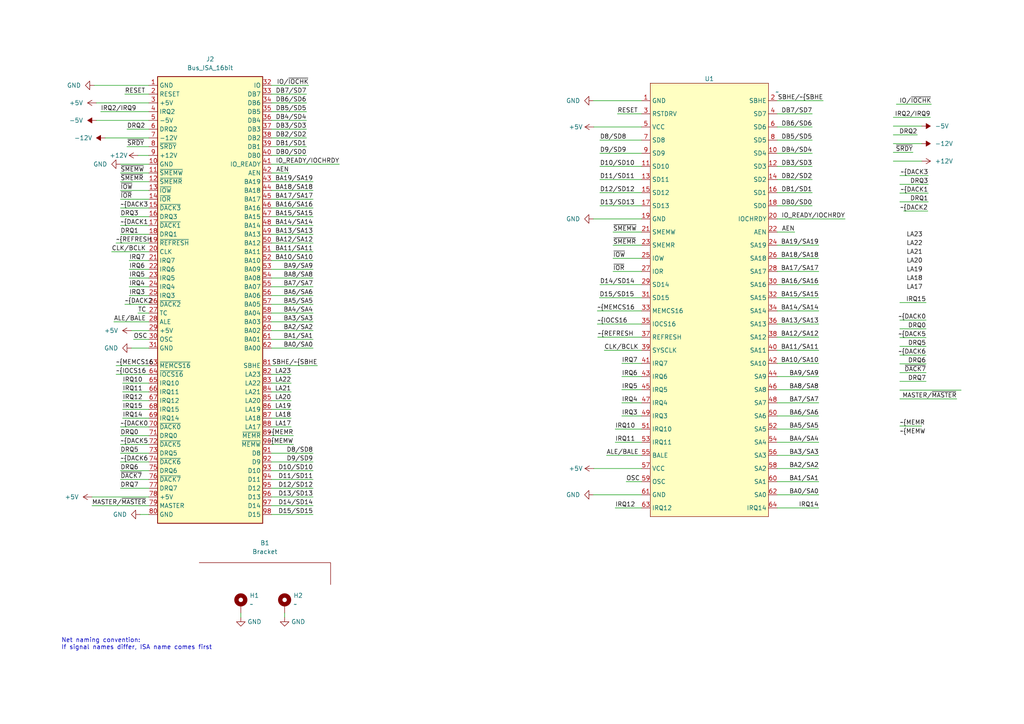
<source format=kicad_sch>
(kicad_sch (version 20230121) (generator eeschema)
  (paper "A4")
  (title_block (title "PC/104 ISA Card") (date "2023-03-04") (rev "0"))
  (lib_symbols
    (symbol "Mechanical:MountingHole_Pad" (pin_numbers hide) (pin_names (offset 1.016) hide)
      (property "Reference" "H" (at 0 6.35 0))
      (property "Value" "MountingHole_Pad" (at 0 4.445 0))
      (symbol "MountingHole_Pad_0_1"
        (circle (center 0 1.27) (radius 1.27) (stroke (width 1.27)))
      )
      (symbol "MountingHole_Pad_1_1"
        (pin input line (at 0 -2.54 90) (length 2.54) (name "1") (number "1"))
      )
    )
    (symbol "VortexDX:VDX-6317"
      (property "Reference" "U" (at 5.08 58.42 0))
      (symbol "VDX-6317_0_0"
        (pin unspecified line (at -19.05 52.07 0) (length 2.54) (name "GND") (number "1"))
        (pin unspecified line (at 20.32 36.83 180) (length 2.54) (name "SD4") (number "10"))
        (pin unspecified line (at -19.05 33.02 0) (length 2.54) (name "SD10") (number "11"))
        (pin unspecified line (at 20.32 33.02 180) (length 2.54) (name "SD3") (number "12"))
        (pin unspecified line (at -19.05 29.21 0) (length 2.54) (name "SD11") (number "13"))
        (pin unspecified line (at 20.32 29.21 180) (length 2.54) (name "SD2") (number "14"))
        (pin unspecified line (at -19.05 25.4 0) (length 2.54) (name "SD12") (number "15"))
        (pin unspecified line (at 20.32 25.4 180) (length 2.54) (name "SD1") (number "16"))
        (pin unspecified line (at -19.05 21.59 0) (length 2.54) (name "SD13") (number "17"))
        (pin unspecified line (at 20.32 21.59 180) (length 2.54) (name "SD0") (number "18"))
        (pin unspecified line (at -19.05 17.78 0) (length 2.54) (name "GND") (number "19"))
        (pin unspecified line (at 20.32 52.07 180) (length 2.54) (name "SBHE") (number "2"))
        (pin unspecified line (at 20.32 17.78 180) (length 2.54) (name "IOCHRDY") (number "20"))
        (pin unspecified line (at -19.05 13.97 0) (length 2.54) (name "SMEMW") (number "21"))
        (pin unspecified line (at 20.32 13.97 180) (length 2.54) (name "AEN") (number "22"))
        (pin unspecified line (at -19.05 10.16 0) (length 2.54) (name "SMEMR") (number "23"))
        (pin unspecified line (at 20.32 10.16 180) (length 2.54) (name "SA19") (number "24"))
        (pin unspecified line (at -19.05 6.35 0) (length 2.54) (name "IOW") (number "25"))
        (pin unspecified line (at 20.32 6.35 180) (length 2.54) (name "SA18") (number "26"))
        (pin unspecified line (at -19.05 2.54 0) (length 2.54) (name "IOR") (number "27"))
        (pin unspecified line (at 20.32 2.54 180) (length 2.54) (name "SA17") (number "28"))
        (pin unspecified line (at -19.05 -1.27 0) (length 2.54) (name "SD14") (number "29"))
        (pin unspecified line (at -19.05 48.26 0) (length 2.54) (name "RSTDRV") (number "3"))
        (pin unspecified line (at 20.32 -1.27 180) (length 2.54) (name "SA16") (number "30"))
        (pin unspecified line (at -19.05 -5.08 0) (length 2.54) (name "SD15") (number "31"))
        (pin unspecified line (at 20.32 -5.08 180) (length 2.54) (name "SA15") (number "32"))
        (pin unspecified line (at -19.05 -8.89 0) (length 2.54) (name "MEMCS16") (number "33"))
        (pin unspecified line (at 20.32 -8.89 180) (length 2.54) (name "SA14") (number "34"))
        (pin unspecified line (at -19.05 -12.7 0) (length 2.54) (name "IOCS16") (number "35"))
        (pin unspecified line (at 20.32 -12.7 180) (length 2.54) (name "SA13") (number "36"))
        (pin unspecified line (at -19.05 -16.51 0) (length 2.54) (name "REFRESH") (number "37"))
        (pin unspecified line (at 20.32 -16.51 180) (length 2.54) (name "SA12") (number "38"))
        (pin unspecified line (at -19.05 -20.32 0) (length 2.54) (name "SYSCLK") (number "39"))
        (pin unspecified line (at 20.32 48.26 180) (length 2.54) (name "SD7") (number "4"))
        (pin unspecified line (at 20.32 -20.32 180) (length 2.54) (name "SA11") (number "40"))
        (pin unspecified line (at -19.05 -24.13 0) (length 2.54) (name "IRQ7") (number "41"))
        (pin unspecified line (at 20.32 -24.13 180) (length 2.54) (name "SA10") (number "42"))
        (pin unspecified line (at -19.05 -27.94 0) (length 2.54) (name "IRQ6") (number "43"))
        (pin unspecified line (at 20.32 -27.94 180) (length 2.54) (name "SA9") (number "44"))
        (pin unspecified line (at -19.05 -31.75 0) (length 2.54) (name "IRQ5") (number "45"))
        (pin unspecified line (at 20.32 -31.75 180) (length 2.54) (name "SA8") (number "46"))
        (pin unspecified line (at -19.05 -35.56 0) (length 2.54) (name "IRQ4") (number "47"))
        (pin unspecified line (at 20.32 -35.56 180) (length 2.54) (name "SA7") (number "48"))
        (pin unspecified line (at -19.05 -39.37 0) (length 2.54) (name "IRQ3") (number "49"))
        (pin unspecified line (at -19.05 44.45 0) (length 2.54) (name "VCC") (number "5"))
        (pin unspecified line (at 20.32 -39.37 180) (length 2.54) (name "SA6") (number "50"))
        (pin unspecified line (at -19.05 -43.18 0) (length 2.54) (name "IRQ10") (number "51"))
        (pin unspecified line (at 20.32 -43.18 180) (length 2.54) (name "SA5") (number "52"))
        (pin unspecified line (at -19.05 -46.99 0) (length 2.54) (name "IRQ11") (number "53"))
        (pin unspecified line (at 20.32 -46.99 180) (length 2.54) (name "SA4") (number "54"))
        (pin unspecified line (at -19.05 -50.8 0) (length 2.54) (name "BALE") (number "55"))
        (pin unspecified line (at 20.32 -50.8 180) (length 2.54) (name "SA3") (number "56"))
        (pin unspecified line (at -19.05 -54.61 0) (length 2.54) (name "VCC") (number "57"))
        (pin unspecified line (at 20.32 -54.61 180) (length 2.54) (name "SA2") (number "58"))
        (pin unspecified line (at -19.05 -58.42 0) (length 2.54) (name "OSC") (number "59"))
        (pin unspecified line (at 20.32 44.45 180) (length 2.54) (name "SD6") (number "6"))
        (pin unspecified line (at 20.32 -58.42 180) (length 2.54) (name "SA1") (number "60"))
        (pin unspecified line (at -19.05 -62.23 0) (length 2.54) (name "GND") (number "61"))
        (pin unspecified line (at 20.32 -62.23 180) (length 2.54) (name "SA0") (number "62"))
        (pin unspecified line (at -19.05 -66.04 0) (length 2.54) (name "IRQ12") (number "63"))
        (pin unspecified line (at 20.32 -66.04 180) (length 2.54) (name "IRQ14") (number "64"))
        (pin unspecified line (at -19.05 40.64 0) (length 2.54) (name "SD8") (number "7"))
        (pin unspecified line (at 20.32 40.64 180) (length 2.54) (name "SD5") (number "8"))
        (pin unspecified line (at -19.05 36.83 0) (length 2.54) (name "SD9") (number "9"))
      )
      (symbol "VDX-6317_0_1"
        (rectangle (start -16.51 57.15) (end 17.78 -68.58) (fill (type background)))
      )
    )
    (symbol "local:Bracket" (on_board no)
      (property "Reference" "B" (at 5.08 0 0))
      (property "Value" "Bracket" (at 5.08 0 0))
      (property "Manufacturer" "Keystone" (at 0 0 0))
      (property "MPN" "9202" (at 0 0 0))
      (property "Supplier:Digikey" "36-9202-ND" (at 0 0 0))
      (symbol "Bracket_0_1"
        (polyline (pts (xy 6.35 12.7) (xy 0 12.7) (xy 0 -25.4)))
      )
    )
    (symbol "local:Bus_ISA_16bit"
      (property "Reference" "J" (at 0 67.945 0))
      (property "Value" "Bus_ISA_16bit" (at 0 -65.405 0))
      (symbol "Bus_ISA_16bit_0_1"
        (rectangle (start -15.24 -63.5) (end 15.24 66.04) (stroke (width 0.254)) (fill (type background)))
      )
      (symbol "Bus_ISA_16bit_1_1"
        (pin power_out line (at -17.78 63.5 0) (length 2.54) (name "GND") (number "1"))
        (pin power_in line (at -17.78 40.64 0) (length 2.54) (name "GND") (number "10"))
        (pin output line (at -17.78 38.1 0) (length 2.54) (name "~{SMEMW}") (number "11"))
        (pin output line (at -17.78 35.56 0) (length 2.54) (name "~{SMEMR}") (number "12"))
        (pin output line (at -17.78 33.02 0) (length 2.54) (name "~{IOW}") (number "13"))
        (pin output line (at -17.78 30.48 0) (length 2.54) (name "~{IOR}") (number "14"))
        (pin passive line (at -17.78 27.94 0) (length 2.54) (name "~{DACK3}") (number "15"))
        (pin passive line (at -17.78 25.4 0) (length 2.54) (name "DRQ3") (number "16"))
        (pin passive line (at -17.78 22.86 0) (length 2.54) (name "~{DACK1}") (number "17"))
        (pin passive line (at -17.78 20.32 0) (length 2.54) (name "DRQ1") (number "18"))
        (pin passive line (at -17.78 17.78 0) (length 2.54) (name "~{REFRESH}") (number "19"))
        (pin output line (at -17.78 60.96 0) (length 2.54) (name "RESET") (number "2"))
        (pin output line (at -17.78 15.24 0) (length 2.54) (name "CLK") (number "20"))
        (pin passive line (at -17.78 12.7 0) (length 2.54) (name "IRQ7") (number "21"))
        (pin passive line (at -17.78 10.16 0) (length 2.54) (name "IRQ6") (number "22"))
        (pin passive line (at -17.78 7.62 0) (length 2.54) (name "IRQ5") (number "23"))
        (pin passive line (at -17.78 5.08 0) (length 2.54) (name "IRQ4") (number "24"))
        (pin passive line (at -17.78 2.54 0) (length 2.54) (name "IRQ3") (number "25"))
        (pin passive line (at -17.78 0 0) (length 2.54) (name "~{DACK2}") (number "26"))
        (pin passive line (at -17.78 -2.54 0) (length 2.54) (name "TC") (number "27"))
        (pin output line (at -17.78 -5.08 0) (length 2.54) (name "ALE") (number "28"))
        (pin power_in line (at -17.78 -7.62 0) (length 2.54) (name "+5V") (number "29"))
        (pin power_out line (at -17.78 58.42 0) (length 2.54) (name "+5V") (number "3"))
        (pin output line (at -17.78 -10.16 0) (length 2.54) (name "OSC") (number "30"))
        (pin power_in line (at -17.78 -12.7 0) (length 2.54) (name "GND") (number "31"))
        (pin passive line (at 17.78 63.5 180) (length 2.54) (name "IO") (number "32"))
        (pin tri_state line (at 17.78 60.96 180) (length 2.54) (name "DB7") (number "33"))
        (pin tri_state line (at 17.78 58.42 180) (length 2.54) (name "DB6") (number "34"))
        (pin tri_state line (at 17.78 55.88 180) (length 2.54) (name "DB5") (number "35"))
        (pin tri_state line (at 17.78 53.34 180) (length 2.54) (name "DB4") (number "36"))
        (pin tri_state line (at 17.78 50.8 180) (length 2.54) (name "DB3") (number "37"))
        (pin tri_state line (at 17.78 48.26 180) (length 2.54) (name "DB2") (number "38"))
        (pin tri_state line (at 17.78 45.72 180) (length 2.54) (name "DB1") (number "39"))
        (pin passive line (at -17.78 55.88 0) (length 2.54) (name "IRQ2") (number "4"))
        (pin tri_state line (at 17.78 43.18 180) (length 2.54) (name "DB0") (number "40"))
        (pin passive line (at 17.78 40.64 180) (length 2.54) (name "IO_READY") (number "41"))
        (pin output line (at 17.78 38.1 180) (length 2.54) (name "AEN") (number "42"))
        (pin tri_state line (at 17.78 35.56 180) (length 2.54) (name "BA19") (number "43"))
        (pin tri_state line (at 17.78 33.02 180) (length 2.54) (name "BA18") (number "44"))
        (pin tri_state line (at 17.78 30.48 180) (length 2.54) (name "BA17") (number "45"))
        (pin tri_state line (at 17.78 27.94 180) (length 2.54) (name "BA16") (number "46"))
        (pin tri_state line (at 17.78 25.4 180) (length 2.54) (name "BA15") (number "47"))
        (pin tri_state line (at 17.78 22.86 180) (length 2.54) (name "BA14") (number "48"))
        (pin tri_state line (at 17.78 20.32 180) (length 2.54) (name "BA13") (number "49"))
        (pin power_out line (at -17.78 53.34 0) (length 2.54) (name "-5V") (number "5"))
        (pin tri_state line (at 17.78 17.78 180) (length 2.54) (name "BA12") (number "50"))
        (pin tri_state line (at 17.78 15.24 180) (length 2.54) (name "BA11") (number "51"))
        (pin tri_state line (at 17.78 12.7 180) (length 2.54) (name "BA10") (number "52"))
        (pin tri_state line (at 17.78 10.16 180) (length 2.54) (name "BA09") (number "53"))
        (pin tri_state line (at 17.78 7.62 180) (length 2.54) (name "BA08") (number "54"))
        (pin tri_state line (at 17.78 5.08 180) (length 2.54) (name "BA07") (number "55"))
        (pin tri_state line (at 17.78 2.54 180) (length 2.54) (name "BA06") (number "56"))
        (pin tri_state line (at 17.78 0 180) (length 2.54) (name "BA05") (number "57"))
        (pin tri_state line (at 17.78 -2.54 180) (length 2.54) (name "BA04") (number "58"))
        (pin tri_state line (at 17.78 -5.08 180) (length 2.54) (name "BA03") (number "59"))
        (pin passive line (at -17.78 50.8 0) (length 2.54) (name "DRQ2") (number "6"))
        (pin tri_state line (at 17.78 -7.62 180) (length 2.54) (name "BA02") (number "60"))
        (pin tri_state line (at 17.78 -10.16 180) (length 2.54) (name "BA01") (number "61"))
        (pin tri_state line (at 17.78 -12.7 180) (length 2.54) (name "BA00") (number "62"))
        (pin passive line (at -17.78 -17.78 0) (length 2.54) (name "~{MEMCS16}") (number "63"))
        (pin passive line (at -17.78 -20.32 0) (length 2.54) (name "~{IOCS16}") (number "64"))
        (pin passive line (at -17.78 -22.86 0) (length 2.54) (name "IRQ10") (number "65"))
        (pin passive line (at -17.78 -25.4 0) (length 2.54) (name "IRQ11") (number "66"))
        (pin passive line (at -17.78 -27.94 0) (length 2.54) (name "IRQ12") (number "67"))
        (pin passive line (at -17.78 -30.48 0) (length 2.54) (name "IRQ15") (number "68"))
        (pin passive line (at -17.78 -33.02 0) (length 2.54) (name "IRQ14") (number "69"))
        (pin power_out line (at -17.78 48.26 0) (length 2.54) (name "-12V") (number "7"))
        (pin output line (at -17.78 -35.56 0) (length 2.54) (name "~{DACK0}") (number "70"))
        (pin passive line (at -17.78 -38.1 0) (length 2.54) (name "DRQ0") (number "71"))
        (pin output line (at -17.78 -40.64 0) (length 2.54) (name "~{DACK5}") (number "72"))
        (pin passive line (at -17.78 -43.18 0) (length 2.54) (name "DRQ5") (number "73"))
        (pin output line (at -17.78 -45.72 0) (length 2.54) (name "~{DACK6}") (number "74"))
        (pin passive line (at -17.78 -48.26 0) (length 2.54) (name "DRQ6") (number "75"))
        (pin output line (at -17.78 -50.8 0) (length 2.54) (name "~{DACK7}") (number "76"))
        (pin passive line (at -17.78 -53.34 0) (length 2.54) (name "DRQ7") (number "77"))
        (pin power_in line (at -17.78 -55.88 0) (length 2.54) (name "+5V") (number "78"))
        (pin passive line (at -17.78 -58.42 0) (length 2.54) (name "MASTER") (number "79"))
        (pin output line (at -17.78 45.72 0) (length 2.54) (name "~{SRDY}") (number "8"))
        (pin power_in line (at -17.78 -60.96 0) (length 2.54) (name "GND") (number "80"))
        (pin passive line (at 17.78 -17.78 180) (length 2.54) (name "SBHE") (number "81"))
        (pin passive line (at 17.78 -20.32 180) (length 2.54) (name "LA23") (number "82"))
        (pin passive line (at 17.78 -22.86 180) (length 2.54) (name "LA22") (number "83"))
        (pin passive line (at 17.78 -25.4 180) (length 2.54) (name "LA21") (number "84"))
        (pin passive line (at 17.78 -27.94 180) (length 2.54) (name "LA20") (number "85"))
        (pin passive line (at 17.78 -30.48 180) (length 2.54) (name "LA19") (number "86"))
        (pin passive line (at 17.78 -33.02 180) (length 2.54) (name "LA18") (number "87"))
        (pin passive line (at 17.78 -35.56 180) (length 2.54) (name "LA17") (number "88"))
        (pin output line (at 17.78 -38.1 180) (length 2.54) (name "~{MEMR}") (number "89"))
        (pin power_out line (at -17.78 43.18 0) (length 2.54) (name "+12V") (number "9"))
        (pin output line (at 17.78 -40.64 180) (length 2.54) (name "~{MEMW}") (number "90"))
        (pin tri_state line (at 17.78 -43.18 180) (length 2.54) (name "D8") (number "91"))
        (pin tri_state line (at 17.78 -45.72 180) (length 2.54) (name "D9") (number "92"))
        (pin tri_state line (at 17.78 -48.26 180) (length 2.54) (name "D10") (number "93"))
        (pin tri_state line (at 17.78 -50.8 180) (length 2.54) (name "D11") (number "94"))
        (pin tri_state line (at 17.78 -53.34 180) (length 2.54) (name "D12") (number "95"))
        (pin tri_state line (at 17.78 -55.88 180) (length 2.54) (name "D13") (number "96"))
        (pin tri_state line (at 17.78 -58.42 180) (length 2.54) (name "D14") (number "97"))
        (pin tri_state line (at 17.78 -60.96 180) (length 2.54) (name "D15") (number "98"))
      )
    )
    (symbol "power:+12V" (power) (pin_names (offset 0))
      (property "Value" "+12V" (at 0 3.556 0))
      (symbol "+12V_0_1"
        (polyline (pts (xy -0.762 1.27) (xy 0 2.54)))
        (polyline (pts (xy 0 0) (xy 0 2.54)))
        (polyline (pts (xy 0 2.54) (xy 0.762 1.27)))
      )
      (symbol "+12V_1_1"
        (pin power_in line (at 0 0 90) (length 0) hide (name "+12V") (number "1"))
      )
    )
    (symbol "power:+5V" (power) (pin_names (offset 0))
      (property "Value" "+5V" (at 0 3.556 0))
      (symbol "+5V_0_1"
        (polyline (pts (xy -0.762 1.27) (xy 0 2.54)))
        (polyline (pts (xy 0 0) (xy 0 2.54)))
        (polyline (pts (xy 0 2.54) (xy 0.762 1.27)))
      )
      (symbol "+5V_1_1"
        (pin power_in line (at 0 0 90) (length 0) hide (name "+5V") (number "1"))
      )
    )
    (symbol "power:-12V" (power) (pin_names (offset 0))
      (property "Value" "-12V" (at 0 3.81 0))
      (symbol "-12V_0_0"
        (pin power_in line (at 0 0 90) (length 0) hide (name "-12V") (number "1"))
      )
      (symbol "-12V_0_1"
        (polyline (pts (xy 0 0) (xy 0 1.27) (xy 0.762 1.27) (xy 0 2.54) (xy -0.762 1.27) (xy 0 1.27)) (fill (type outline)))
      )
    )
    (symbol "power:-5V" (power) (pin_names (offset 0))
      (property "Value" "-5V" (at 0 3.81 0))
      (symbol "-5V_0_0"
        (pin power_in line (at 0 0 90) (length 0) hide (name "-5V") (number "1"))
      )
      (symbol "-5V_0_1"
        (polyline (pts (xy 0 0) (xy 0 1.27) (xy 0.762 1.27) (xy 0 2.54) (xy -0.762 1.27) (xy 0 1.27)) (fill (type outline)))
      )
    )
    (symbol "power:GND" (power) (pin_names (offset 0))
      (property "Value" "GND" (at 0 -3.81 0))
      (symbol "GND_0_1"
        (polyline (pts (xy 0 0) (xy 0 -1.27) (xy 1.27 -1.27) (xy 0 -2.54) (xy -1.27 -1.27) (xy 0 -1.27)))
      )
      (symbol "GND_1_1"
        (pin power_in line (at 0 0 270) (length 0) hide (name "GND") (number "1"))
      )
    )
  )
  (wire (pts (xy 43.18 57.785) (xy 34.925 57.785)))
  (wire (pts (xy 43.18 126.365) (xy 34.925 126.365)))
  (wire (pts (xy 90.805 57.785) (xy 78.74 57.785)))
  (wire (pts (xy 90.805 73.025) (xy 78.74 73.025)))
  (wire (pts (xy 237.49 82.55) (xy 225.425 82.55)))
  (wire (pts (xy 43.18 85.725) (xy 37.465 85.725)))
  (wire (pts (xy 172.085 63.5) (xy 186.055 63.5)))
  (wire (pts (xy 172.085 143.51) (xy 186.055 143.51)))
  (wire (pts (xy 43.18 113.665) (xy 35.56 113.665)))
  (wire (pts (xy 27.94 34.925) (xy 43.18 34.925)))
  (wire (pts (xy 43.18 98.425) (xy 38.735 98.425)))
  (wire (pts (xy 78.74 47.625) (xy 98.425 47.625)))
  (wire (pts (xy 40.64 149.225) (xy 43.18 149.225)))
  (wire (pts (xy 88.9 32.385) (xy 78.74 32.385)))
  (wire (pts (xy 186.055 55.88) (xy 173.99 55.88)))
  (wire (pts (xy 90.805 65.405) (xy 78.74 65.405)))
  (wire (pts (xy 186.055 109.22) (xy 180.34 109.22)))
  (wire (pts (xy 88.9 29.845) (xy 78.74 29.845)))
  (wire (pts (xy 237.49 132.08) (xy 225.425 132.08)))
  (wire (pts (xy 186.055 147.32) (xy 178.435 147.32)))
  (wire (pts (xy 235.585 44.45) (xy 225.425 44.45)))
  (wire (pts (xy 259.08 34.036) (xy 269.875 34.036)))
  (wire (pts (xy 43.18 106.045) (xy 33.655 106.045)))
  (wire (pts (xy 260.985 97.917) (xy 268.605 97.917)))
  (wire (pts (xy 90.805 88.265) (xy 78.74 88.265)))
  (wire (pts (xy 172.212 135.89) (xy 186.055 135.89)))
  (wire (pts (xy 43.18 27.305) (xy 36.195 27.305)))
  (wire (pts (xy 43.18 116.205) (xy 35.56 116.205)))
  (wire (pts (xy 43.18 50.165) (xy 34.925 50.165)))
  (wire (pts (xy 90.805 67.945) (xy 78.74 67.945)))
  (wire (pts (xy 237.49 93.98) (xy 225.425 93.98)))
  (wire (pts (xy 90.805 78.105) (xy 78.74 78.105)))
  (wire (pts (xy 78.74 133.985) (xy 90.805 133.985)))
  (wire (pts (xy 259.969 30.226) (xy 270.129 30.226)))
  (wire (pts (xy 85.09 128.905) (xy 78.74 128.905)))
  (wire (pts (xy 43.18 133.985) (xy 34.925 133.985)))
  (wire (pts (xy 90.805 93.345) (xy 78.74 93.345)))
  (wire (pts (xy 237.49 128.27) (xy 225.425 128.27)))
  (wire (pts (xy 78.74 50.165) (xy 83.82 50.165)))
  (wire (pts (xy 33.02 93.345) (xy 43.18 93.345)))
  (wire (pts (xy 260.985 102.997) (xy 268.605 102.997)))
  (wire (pts (xy 186.055 74.93) (xy 177.8 74.93)))
  (wire (pts (xy 88.9 40.005) (xy 78.74 40.005)))
  (wire (pts (xy 43.18 128.905) (xy 34.925 128.905)))
  (wire (pts (xy 237.49 90.17) (xy 225.425 90.17)))
  (wire (pts (xy 90.805 75.565) (xy 78.74 75.565)))
  (wire (pts (xy 235.585 55.88) (xy 225.425 55.88)))
  (wire (pts (xy 78.74 131.445) (xy 90.805 131.445)))
  (wire (pts (xy 43.18 141.605) (xy 34.925 141.605)))
  (wire (pts (xy 34.925 60.325) (xy 43.18 60.325)))
  (wire (pts (xy 43.18 121.285) (xy 35.56 121.285)))
  (wire (pts (xy 90.805 100.965) (xy 78.74 100.965)))
  (wire (pts (xy 238.76 29.21) (xy 225.425 29.21)))
  (wire (pts (xy 175.895 132.08) (xy 186.055 132.08)))
  (wire (pts (xy 237.49 143.51) (xy 225.425 143.51)))
  (wire (pts (xy 237.49 78.74) (xy 225.425 78.74)))
  (wire (pts (xy 84.455 116.205) (xy 78.74 116.205)))
  (wire (pts (xy 186.055 101.6) (xy 175.26 101.6)))
  (wire (pts (xy 92.075 106.045) (xy 78.74 106.045)))
  (wire (pts (xy 90.805 52.705) (xy 78.74 52.705)))
  (wire (pts (xy 43.18 80.645) (xy 37.465 80.645)))
  (wire (pts (xy 172.085 29.21) (xy 186.055 29.21)))
  (wire (pts (xy 186.055 33.02) (xy 179.07 33.02)))
  (wire (pts (xy 225.425 147.32) (xy 237.49 147.32)))
  (wire (pts (xy 237.49 135.89) (xy 225.425 135.89)))
  (wire (pts (xy 43.18 146.685) (xy 26.67 146.685)))
  (wire (pts (xy 186.055 59.69) (xy 173.99 59.69)))
  (wire (pts (xy 235.585 52.07) (xy 225.425 52.07)))
  (wire (pts (xy 78.74 141.605) (xy 90.805 141.605)))
  (wire (pts (xy 38.1 100.965) (xy 43.18 100.965)))
  (wire (pts (xy 90.805 85.725) (xy 78.74 85.725)))
  (wire (pts (xy 235.585 48.26) (xy 225.425 48.26)))
  (wire (pts (xy 186.055 128.27) (xy 178.435 128.27)))
  (wire (pts (xy 43.18 131.445) (xy 34.925 131.445)))
  (wire (pts (xy 237.49 139.7) (xy 225.425 139.7)))
  (wire (pts (xy 69.85 177.8) (xy 69.85 179.07)))
  (wire (pts (xy 225.425 97.79) (xy 237.49 97.79)))
  (wire (pts (xy 186.055 40.64) (xy 173.99 40.64)))
  (wire (pts (xy 237.49 101.6) (xy 225.425 101.6)))
  (wire (pts (xy 30.48 40.005) (xy 43.18 40.005)))
  (wire (pts (xy 27.94 29.845) (xy 43.18 29.845)))
  (wire (pts (xy 29.21 32.385) (xy 43.18 32.385)))
  (wire (pts (xy 26.67 144.145) (xy 43.18 144.145)))
  (wire (pts (xy 186.055 67.31) (xy 177.8 67.31)))
  (wire (pts (xy 269.24 58.547) (xy 260.985 58.547)))
  (wire (pts (xy 186.055 82.55) (xy 173.99 82.55)))
  (wire (pts (xy 84.455 113.665) (xy 78.74 113.665)))
  (wire (pts (xy 237.49 71.12) (xy 225.425 71.12)))
  (wire (pts (xy 43.18 108.585) (xy 33.655 108.585)))
  (wire (pts (xy 40.005 45.085) (xy 43.18 45.085)))
  (wire (pts (xy 260.985 100.457) (xy 268.605 100.457)))
  (wire (pts (xy 260.985 108.077) (xy 268.605 108.077)))
  (wire (pts (xy 225.425 63.5) (xy 245.11 63.5)))
  (wire (pts (xy 34.925 123.825) (xy 43.18 123.825)))
  (wire (pts (xy 235.585 36.83) (xy 225.425 36.83)))
  (wire (pts (xy 235.585 40.64) (xy 225.425 40.64)))
  (wire (pts (xy 34.925 65.405) (xy 43.18 65.405)))
  (wire (pts (xy 36.83 37.465) (xy 43.18 37.465)))
  (wire (pts (xy 90.805 95.885) (xy 78.74 95.885)))
  (wire (pts (xy 260.985 95.377) (xy 268.605 95.377)))
  (wire (pts (xy 34.925 47.625) (xy 43.18 47.625)))
  (wire (pts (xy 43.18 52.705) (xy 34.925 52.705)))
  (wire (pts (xy 27.305 24.765) (xy 43.18 24.765)))
  (wire (pts (xy 90.805 80.645) (xy 78.74 80.645)))
  (wire (pts (xy 78.74 24.765) (xy 89.535 24.765)))
  (wire (pts (xy 90.805 55.245) (xy 78.74 55.245)))
  (wire (pts (xy 237.49 116.84) (xy 225.425 116.84)))
  (wire (pts (xy 36.83 42.545) (xy 43.18 42.545)))
  (wire (pts (xy 186.055 71.12) (xy 177.8 71.12)))
  (wire (pts (xy 186.055 105.41) (xy 180.34 105.41)))
  (wire (pts (xy 269.113 61.214) (xy 262.128 61.214)))
  (wire (pts (xy 78.74 136.525) (xy 90.805 136.525)))
  (wire (pts (xy 260.985 92.837) (xy 268.605 92.837)))
  (wire (pts (xy 78.74 144.145) (xy 90.805 144.145)))
  (wire (pts (xy 36.195 88.265) (xy 43.18 88.265)))
  (wire (pts (xy 43.18 83.185) (xy 37.465 83.185)))
  (wire (pts (xy 88.9 42.545) (xy 78.74 42.545)))
  (wire (pts (xy 173.228 93.98) (xy 186.055 93.98)))
  (wire (pts (xy 259.08 39.116) (xy 266.065 39.116)))
  (wire (pts (xy 90.805 83.185) (xy 78.74 83.185)))
  (wire (pts (xy 88.9 37.465) (xy 78.74 37.465)))
  (wire (pts (xy 237.49 120.65) (xy 225.425 120.65)))
  (wire (pts (xy 43.18 75.565) (xy 37.465 75.565)))
  (wire (pts (xy 186.055 113.03) (xy 180.34 113.03)))
  (wire (pts (xy 237.49 105.41) (xy 225.425 105.41)))
  (wire (pts (xy 43.18 73.025) (xy 32.385 73.025)))
  (wire (pts (xy 34.925 62.865) (xy 43.18 62.865)))
  (wire (pts (xy 82.55 177.8) (xy 82.55 179.07)))
  (wire (pts (xy 269.24 53.467) (xy 260.985 53.467)))
  (wire (pts (xy 260.985 87.757) (xy 268.605 87.757)))
  (wire (pts (xy 237.49 86.36) (xy 225.425 86.36)))
  (wire (pts (xy 260.985 115.697) (xy 277.495 115.697)))
  (wire (pts (xy 84.455 121.285) (xy 78.74 121.285)))
  (wire (pts (xy 260.985 113.157) (xy 278.765 113.157)))
  (wire (pts (xy 43.18 78.105) (xy 37.465 78.105)))
  (wire (pts (xy 186.055 52.07) (xy 173.99 52.07)))
  (wire (pts (xy 88.9 45.085) (xy 78.74 45.085)))
  (wire (pts (xy 85.09 126.365) (xy 78.74 126.365)))
  (wire (pts (xy 43.18 136.525) (xy 34.925 136.525)))
  (wire (pts (xy 84.455 108.585) (xy 78.74 108.585)))
  (wire (pts (xy 260.985 105.537) (xy 268.605 105.537)))
  (wire (pts (xy 186.055 44.45) (xy 173.99 44.45)))
  (wire (pts (xy 43.18 55.245) (xy 34.925 55.245)))
  (wire (pts (xy 186.055 139.7) (xy 181.61 139.7)))
  (wire (pts (xy 173.228 90.17) (xy 186.055 90.17)))
  (wire (pts (xy 259.08 36.576) (xy 267.335 36.576)))
  (wire (pts (xy 269.24 50.927) (xy 260.985 50.927)))
  (wire (pts (xy 88.9 34.925) (xy 78.74 34.925)))
  (wire (pts (xy 90.805 90.805) (xy 78.74 90.805)))
  (wire (pts (xy 237.49 113.03) (xy 225.425 113.03)))
  (wire (pts (xy 78.74 149.225) (xy 90.805 149.225)))
  (wire (pts (xy 237.49 74.93) (xy 225.425 74.93)))
  (wire (pts (xy 38.1 95.885) (xy 43.18 95.885)))
  (wire (pts (xy 84.455 123.825) (xy 78.74 123.825)))
  (wire (pts (xy 186.055 120.65) (xy 180.34 120.65)))
  (wire (pts (xy 43.18 111.125) (xy 35.56 111.125)))
  (wire (pts (xy 90.805 98.425) (xy 78.74 98.425)))
  (wire (pts (xy 186.055 116.84) (xy 180.34 116.84)))
  (wire (pts (xy 173.863 86.36) (xy 186.055 86.36)))
  (wire (pts (xy 78.74 27.305) (xy 88.9 27.305)))
  (wire (pts (xy 172.212 36.83) (xy 186.055 36.83)))
  (wire (pts (xy 43.18 139.065) (xy 34.925 139.065)))
  (wire (pts (xy 186.055 124.46) (xy 178.435 124.46)))
  (wire (pts (xy 33.655 70.485) (xy 43.18 70.485)))
  (wire (pts (xy 225.425 67.31) (xy 230.505 67.31)))
  (wire (pts (xy 173.355 97.79) (xy 186.055 97.79)))
  (wire (pts (xy 84.455 118.745) (xy 78.74 118.745)))
  (wire (pts (xy 78.74 139.065) (xy 90.805 139.065)))
  (wire (pts (xy 260.985 110.617) (xy 268.605 110.617)))
  (wire (pts (xy 90.805 62.865) (xy 78.74 62.865)))
  (wire (pts (xy 43.18 118.745) (xy 35.56 118.745)))
  (wire (pts (xy 259.08 44.196) (xy 264.795 44.196)))
  (wire (pts (xy 34.925 67.945) (xy 43.18 67.945)))
  (wire (pts (xy 269.24 56.007) (xy 260.985 56.007)))
  (wire (pts (xy 186.055 48.26) (xy 173.99 48.26)))
  (wire (pts (xy 84.455 111.125) (xy 78.74 111.125)))
  (wire (pts (xy 90.805 70.485) (xy 78.74 70.485)))
  (wire (pts (xy 40.005 90.805) (xy 43.18 90.805)))
  (wire (pts (xy 186.055 78.74) (xy 177.8 78.74)))
  (wire (pts (xy 90.805 60.325) (xy 78.74 60.325)))
  (wire (pts (xy 259.08 41.656) (xy 267.335 41.656)))
  (wire (pts (xy 237.49 109.22) (xy 225.425 109.22)))
  (wire (pts (xy 259.08 46.736) (xy 267.335 46.736)))
  (wire (pts (xy 78.74 146.685) (xy 90.805 146.685)))
  (wire (pts (xy 260.985 123.571) (xy 267.335 123.571)))
  (wire (pts (xy 235.585 33.02) (xy 225.425 33.02)))
  (wire (pts (xy 235.585 59.69) (xy 225.425 59.69)))
  (wire (pts (xy 237.49 124.46) (xy 225.425 124.46)))
  (text "Net naming convention:\nIf signal names differ, ISA name comes first" (at 17.78 188.595 0) (effects (font (size 1.27 1.27)) (justify left bottom)))
  (label "~{SMEMW}" (at 34.925 50.165 0))
  (label "~{DACK3" (at 34.925 60.325 0))
  (label "BA12{slash}SA12" (at 237.49 97.79 180))
  (label "~{DACK1" (at 34.925 65.405 0))
  (label "~{SMEMR}" (at 34.925 52.705 0))
  (label "RESET" (at 36.195 27.305 0))
  (label "IRQ2{slash}IRQ9" (at 29.21 32.385 0))
  (label "MASTER{slash}~{MASTER}" (at 26.67 146.685 0))
  (label "DB0{slash}SD0" (at 235.585 59.69 180))
  (label "D10{slash}SD10" (at 90.805 136.525 180))
  (label "D14{slash}SD14" (at 173.99 82.55 0))
  (label "DB1{slash}SD1" (at 235.585 55.88 180))
  (label "DRQ6" (at 268.605 105.537 180))
  (label "BA1{slash}SA1" (at 90.805 98.425 180))
  (label "LA21" (at 84.455 113.665 180))
  (label "~{SMEMW}" (at 177.8 67.31 0))
  (label "ALE{slash}BALE" (at 33.02 93.345 0))
  (label "IO_READY{slash}IOCHRDY" (at 98.425 47.625 180))
  (label "D8{slash}SD8" (at 173.99 40.64 0))
  (label "DB5{slash}SD5" (at 235.585 40.64 180))
  (label "~{IOR}" (at 34.925 57.785 0))
  (label "D12{slash}SD12" (at 90.805 141.605 180))
  (label "~{DACK0" (at 268.605 92.837 180))
  (label "LA21" (at 262.89 74.041 0))
  (label "~{IOW}" (at 34.925 55.245 0))
  (label "~{DACK2" (at 269.113 61.214 180))
  (label "DRQ7" (at 34.925 141.605 0))
  (label "~{MEMW" (at 85.09 128.905 180))
  (label "BA14{slash}SA14" (at 237.49 90.17 180))
  (label "IRQ14" (at 35.56 121.285 0))
  (label "IO_READY{slash}IOCHRDY" (at 245.11 63.5 180))
  (label "~{DACK5" (at 268.605 97.917 180))
  (label "BA8{slash}SA8" (at 90.805 80.645 180))
  (label "DB4{slash}SD4" (at 235.585 44.45 180))
  (label "~{IOR}" (at 177.8 78.74 0))
  (label "DRQ2" (at 266.065 39.116 180))
  (label "BA16{slash}SA16" (at 90.805 60.325 180))
  (label "D15{slash}SD15" (at 90.805 149.225 180))
  (label "D9{slash}SD9" (at 173.99 44.45 0))
  (label "IRQ3" (at 180.34 120.65 0))
  (label "DRQ5" (at 268.605 100.457 180))
  (label "BA3{slash}SA3" (at 237.49 132.08 180))
  (label "IRQ14" (at 237.49 147.32 180))
  (label "IO{slash}~{IOCHK}" (at 270.129 30.226 180))
  (label "~{DACK1" (at 269.24 56.007 180))
  (label "IRQ15" (at 35.56 118.745 0))
  (label "~{SMEMR}" (at 177.8 71.12 0))
  (label "DB7{slash}SD7" (at 235.585 33.02 180))
  (label "D12{slash}SD12" (at 173.99 55.88 0))
  (label "BA15{slash}SA15" (at 237.49 86.36 180))
  (label "BA9{slash}SA9" (at 90.805 78.105 180))
  (label "DRQ3" (at 34.925 62.865 0))
  (label "DB4{slash}SD4" (at 88.9 34.925 180))
  (label "~{DACK5" (at 34.925 128.905 0))
  (label "IRQ12" (at 178.435 147.32 0))
  (label "~{IOCS16" (at 173.228 93.98 0))
  (label "BA7{slash}SA7" (at 90.805 83.185 180))
  (label "LA23" (at 262.89 68.961 0))
  (label "BA11{slash}SA11" (at 90.805 73.025 180))
  (label "DRQ2" (at 36.83 37.465 0))
  (label "~{DACK2" (at 36.195 88.265 0))
  (label "IRQ3" (at 37.465 85.725 0))
  (label "BA9{slash}SA9" (at 237.49 109.22 180))
  (label "~{REFRESH" (at 33.655 70.485 0))
  (label "DB1{slash}SD1" (at 88.9 42.545 180))
  (label "BA10{slash}SA10" (at 90.805 75.565 180))
  (label "BA12{slash}SA12" (at 90.805 70.485 180))
  (label "~{MEMW" (at 260.985 126.111 0))
  (label "BA16{slash}SA16" (at 237.49 82.55 180))
  (label "DB3{slash}SD3" (at 235.585 48.26 180))
  (label "IRQ7" (at 37.465 75.565 0))
  (label "LA23" (at 84.455 108.585 180))
  (label "IRQ12" (at 35.56 116.205 0))
  (label "TC" (at 40.005 90.805 0))
  (label "DB6{slash}SD6" (at 88.9 29.845 180))
  (label "IRQ10" (at 35.56 111.125 0))
  (label "~{DACK0" (at 34.925 123.825 0))
  (label "BA5{slash}SA5" (at 90.805 88.265 180))
  (label "MASTER{slash}~{MASTER}" (at 277.495 115.697 180))
  (label "DRQ1" (at 269.24 58.547 180))
  (label "IRQ5" (at 180.34 113.03 0))
  (label "AEN" (at 230.505 67.31 180))
  (label "IRQ11" (at 35.56 113.665 0))
  (label "~{DACK6" (at 34.925 133.985 0))
  (label "LA22" (at 262.89 71.501 0))
  (label "BA4{slash}SA4" (at 237.49 128.27 180))
  (label "BA2{slash}SA2" (at 90.805 95.885 180))
  (label "D9{slash}SD9" (at 90.805 133.985 180))
  (label "BA4{slash}SA4" (at 90.805 90.805 180))
  (label "~{IOW}" (at 177.8 74.93 0))
  (label "DRQ5" (at 34.925 131.445 0))
  (label "BA18{slash}SA18" (at 90.805 55.245 180))
  (label "D8{slash}SD8" (at 90.805 131.445 180))
  (label "AEN" (at 83.82 50.165 180))
  (label "BA0{slash}SA0" (at 237.49 143.51 180))
  (label "LA17" (at 84.455 123.825 180))
  (label "BA0{slash}SA0" (at 90.805 100.965 180))
  (label "D15{slash}SD15" (at 173.863 86.36 0))
  (label "BA6{slash}SA6" (at 237.49 120.65 180))
  (label "DRQ0" (at 268.605 95.377 180))
  (label "DB2{slash}SD2" (at 88.9 40.005 180))
  (label "~{DACK7}" (at 268.605 108.077 180))
  (label "DB3{slash}SD3" (at 88.9 37.465 180))
  (label "BA1{slash}SA1" (at 237.49 139.7 180))
  (label "LA18" (at 262.89 81.661 0))
  (label "IRQ6" (at 180.34 109.22 0))
  (label "DRQ0" (at 34.925 126.365 0))
  (label "~{DACK7}" (at 34.925 139.065 0))
  (label "BA19{slash}SA19" (at 90.805 52.705 180))
  (label "BA5{slash}SA5" (at 237.49 124.46 180))
  (label "DRQ6" (at 34.925 136.525 0))
  (label "DB7{slash}SD7" (at 88.9 27.305 180))
  (label "BA2{slash}SA2" (at 237.49 135.89 180))
  (label "D10{slash}SD10" (at 173.99 48.26 0))
  (label "IRQ10" (at 178.435 124.46 0))
  (label "~{REFRESH" (at 173.355 97.79 0))
  (label "BA17{slash}SA17" (at 237.49 78.74 180))
  (label "IRQ4" (at 180.34 116.84 0))
  (label "OSC" (at 181.61 139.7 0))
  (label "~{MEMCS16" (at 33.655 106.045 0))
  (label "D13{slash}SD13" (at 173.99 59.69 0))
  (label "~{DACK3" (at 269.24 50.927 180))
  (label "~{DACK6" (at 268.605 102.997 180))
  (label "~{MEMR" (at 85.09 126.365 180))
  (label "LA19" (at 262.89 79.121 0))
  (label "IRQ15" (at 268.605 87.757 180))
  (label "BA11{slash}SA11" (at 237.49 101.6 180))
  (label "IO{slash}~{IOCHK}" (at 89.535 24.765 180))
  (label "LA22" (at 84.455 111.125 180))
  (label "DB0{slash}SD0" (at 88.9 45.085 180))
  (label "DB6{slash}SD6" (at 235.585 36.83 180))
  (label "SBHE{slash}~{SBHE" (at 238.76 29.21 180))
  (label "DRQ3" (at 269.24 53.467 180))
  (label "BA17{slash}SA17" (at 90.805 57.785 180))
  (label "BA19{slash}SA19" (at 237.49 71.12 180))
  (label "LA19" (at 84.455 118.745 180))
  (label "~{IOCS16" (at 33.655 108.585 0))
  (label "~{SRDY}" (at 264.795 44.196 180))
  (label "D13{slash}SD13" (at 90.805 144.145 180))
  (label "~{MEMCS16" (at 173.228 90.17 0))
  (label "BA14{slash}SA14" (at 90.805 65.405 180))
  (label "CLK{slash}BCLK" (at 175.26 101.6 0))
  (label "LA17" (at 262.89 84.201 0))
  (label "~{SRDY}" (at 36.83 42.545 0))
  (label "IRQ4" (at 37.465 83.185 0))
  (label "LA20" (at 84.455 116.205 180))
  (label "SBHE{slash}~{SBHE" (at 92.075 106.045 180))
  (label "DRQ1" (at 34.925 67.945 0))
  (label "DRQ7" (at 268.605 110.617 180))
  (label "LA18" (at 84.455 121.285 180))
  (label "ALE{slash}BALE" (at 175.895 132.08 0))
  (label "~{MEMR" (at 260.985 123.571 0))
  (label "DB5{slash}SD5" (at 88.9 32.385 180))
  (label "BA6{slash}SA6" (at 90.805 85.725 180))
  (label "IRQ11" (at 178.435 128.27 0))
  (label "OSC" (at 38.735 98.425 0))
  (label "BA10{slash}SA10" (at 237.49 105.41 180))
  (label "D11{slash}SD11" (at 173.99 52.07 0))
  (label "BA7{slash}SA7" (at 237.49 116.84 180))
  (label "CLK{slash}BCLK" (at 32.385 73.025 0))
  (label "BA13{slash}SA13" (at 90.805 67.945 180))
  (label "BA13{slash}SA13" (at 237.49 93.98 180))
  (label "D11{slash}SD11" (at 90.805 139.065 180))
  (label "RESET" (at 179.07 33.02 0))
  (label "BA8{slash}SA8" (at 237.49 113.03 180))
  (label "IRQ2{slash}IRQ9" (at 269.875 34.036 180))
  (label "IRQ6" (at 37.465 78.105 0))
  (label "IRQ5" (at 37.465 80.645 0))
  (label "BA3{slash}SA3" (at 90.805 93.345 180))
  (label "BA18{slash}SA18" (at 237.49 74.93 180))
  (label "BA15{slash}SA15" (at 90.805 62.865 180))
  (label "D14{slash}SD14" (at 90.805 146.685 180))
  (label "IRQ7" (at 180.34 105.41 0))
  (label "LA20" (at 262.89 76.581 0))
  (label "DB2{slash}SD2" (at 235.585 52.07 180))
  (symbol (lib_id "power:-12V") (at 30.48 40.005 90) (unit 1)
    (property "Reference" "#PWR02" (effects hide))
    (property "Value" "-12V" (at 24.13 40.005 90))
  )
  (symbol (lib_id "power:GND") (at 172.085 143.51 270) (unit 1)
    (property "Reference" "#PWR09" (effects hide))
    (property "Value" "GND" (at 168.275 143.5099 90) (effects (justify right)))
  )
  (symbol (lib_id "power:+5V") (at 172.212 36.83 90) (mirror x) (unit 1)
    (property "Reference" "#PWR0105" (effects hide))
    (property "Value" "+5V" (at 169.037 36.8299 90) (effects (justify left)))
  )
  (symbol (lib_id "power:+5V") (at 27.94 29.845 90) (unit 1)
    (property "Reference" "#PWR0113" (effects hide))
    (property "Value" "+5V" (at 24.13 29.8449 90) (effects (justify left)))
  )
  (symbol (lib_id "power:-12V") (at 267.335 41.656 270) (unit 1)
    (property "Reference" "#PWR06" (effects hide))
    (property "Value" "-12V" (at 271.145 41.6559 90) (effects (justify left)))
  )
  (symbol (lib_id "power:+5V") (at 172.212 135.89 90) (unit 1)
    (property "Reference" "#PWR010" (effects hide))
    (property "Value" "+5V" (at 169.037 135.8901 90) (effects (justify left)))
  )
  (symbol (lib_id "power:+5V") (at 38.1 95.885 90) (unit 1)
    (property "Reference" "#PWR0117" (effects hide))
    (property "Value" "+5V" (at 34.29 95.8849 90) (effects (justify left)))
  )
  (symbol (lib_id "power:GND") (at 69.85 179.07 0) (unit 1)
    (property "Reference" "#PWR0110" (effects hide))
    (property "Value" "GND" (at 71.755 180.3399 0) (effects (justify left)))
  )
  (symbol (lib_id "power:-5V") (at 27.94 34.925 90) (unit 1)
    (property "Reference" "#PWR01" (effects hide))
    (property "Value" "-5V" (at 24.13 34.9249 90) (effects (justify left)))
  )
  (symbol (lib_id "power:GND") (at 34.925 47.625 270) (unit 1)
    (property "Reference" "#PWR0114" (effects hide))
    (property "Value" "GND" (at 31.115 47.6249 90) (effects (justify right)))
  )
  (symbol (lib_id "power:GND") (at 27.305 24.765 270) (unit 1)
    (property "Reference" "#PWR0112" (effects hide))
    (property "Value" "GND" (at 23.495 24.7649 90) (effects (justify right)))
  )
  (symbol (lib_id "Mechanical:MountingHole_Pad") (at 69.85 175.26 0) (unit 1)
    (property "Reference" "H1" (at 72.39 172.7199 0) (effects (justify left)))
    (property "Value" "~" (at 72.39 175.2599 0) (effects (justify left)))
    (property "Footprint" "MountingHole:MountingHole_3.2mm_M3_Pad_Via" (effects hide))
  )
  (symbol (lib_id "power:-5V") (at 267.335 36.576 270) (unit 1)
    (property "Reference" "#PWR05" (effects hide))
    (property "Value" "-5V" (at 271.145 36.5759 90) (effects (justify left)))
  )
  (symbol (lib_id "power:+5V") (at 26.67 144.145 90) (unit 1)
    (property "Reference" "#PWR0103" (effects hide))
    (property "Value" "+5V" (at 22.86 144.1449 90) (effects (justify left)))
  )
  (symbol (lib_id "power:GND") (at 172.085 29.21 270) (mirror x) (unit 1)
    (property "Reference" "#PWR0106" (effects hide))
    (property "Value" "GND" (at 168.275 29.2101 90) (effects (justify right)))
  )
  (symbol (lib_id "local:Bracket") (at 83.185 163.195 270) (unit 1) (on_board no)
    (property "Reference" "B1" (at 76.835 157.48 90))
    (property "Value" "Bracket" (at 76.835 160.02 90))
    (property "Datasheet" "https://www.keyelco.com/userAssets/file/M65p122.pdf" (effects hide))
    (property "Manufacturer" "Keystone" (effects hide))
    (property "MPN" "9202" (effects hide))
    (property "Supplier:Digikey" "36-9202-ND" (effects hide))
  )
  (symbol (lib_id "power:+12V") (at 267.335 46.736 270) (unit 1)
    (property "Reference" "#PWR07" (effects hide))
    (property "Value" "+12V" (at 271.145 46.7359 90) (effects (justify left)))
  )
  (symbol (lib_id "power:GND") (at 82.55 179.07 0) (unit 1)
    (property "Reference" "#PWR0109" (effects hide))
    (property "Value" "GND" (at 84.455 180.3399 0) (effects (justify left)))
  )
  (symbol (lib_id "Mechanical:MountingHole_Pad") (at 82.55 175.26 0) (unit 1)
    (property "Reference" "H2" (at 85.09 172.7199 0) (effects (justify left)))
    (property "Value" "~" (at 85.09 175.2599 0) (effects (justify left)))
    (property "Footprint" "MountingHole:MountingHole_3.2mm_M3_Pad_Via" (effects hide))
  )
  (symbol (lib_id "power:GND") (at 40.64 149.225 270) (unit 1)
    (property "Reference" "#PWR0102" (effects hide))
    (property "Value" "GND" (at 36.83 149.2249 90) (effects (justify right)))
  )
  (symbol (lib_id "power:GND") (at 172.085 63.5 270) (mirror x) (unit 1)
    (property "Reference" "#PWR011" (effects hide))
    (property "Value" "GND" (at 168.275 63.5001 90) (effects (justify right)))
  )
  (symbol (lib_id "power:+12V") (at 40.005 45.085 90) (unit 1)
    (property "Reference" "#PWR03" (effects hide))
    (property "Value" "+12V" (at 31.75 45.0849 90) (effects (justify right)))
  )
  (symbol (lib_id "local:Bus_ISA_16bit") (at 60.96 88.265 0) (unit 1)
    (property "Reference" "J2" (at 60.96 17.145 0))
    (property "Value" "Bus_ISA_16bit" (at 60.96 19.685 0))
    (property "Footprint" "Connector_PCBEdge:BUS_AT" (effects hide))
    (property "Datasheet" "https://en.wikipedia.org/wiki/Industry_Standard_Architecture" (effects hide))
  )
  (symbol (lib_id "power:GND") (at 38.1 100.965 270) (unit 1)
    (property "Reference" "#PWR0104" (effects hide))
    (property "Value" "GND" (at 34.29 100.9649 90) (effects (justify right)))
  )
  (symbol (lib_id "VortexDX:VDX-6317") (at 205.105 81.28 0) (unit 1)
    (property "Reference" "U1" (at 205.74 22.86 0))
    (property "Value" "~" (at 225.425 26.67 0))
    (property "Footprint" "VortexDX:VDX-6317" (effects hide))
  )
)
</source>
